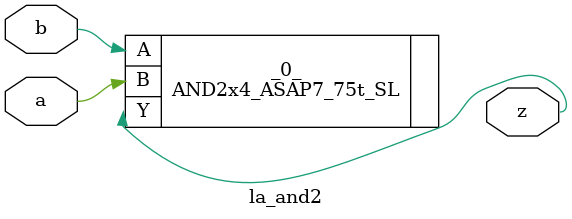
<source format=v>

/* Generated by Yosys 0.44 (git sha1 80ba43d26, g++ 11.4.0-1ubuntu1~22.04 -fPIC -O3) */

(* top =  1  *)
(* src = "inputs/la_and2.v:10.1-20.10" *)
module la_and2 (
    a,
    b,
    z
);
  (* src = "inputs/la_and2.v:13.12-13.13" *)
  input a;
  wire a;
  (* src = "inputs/la_and2.v:14.12-14.13" *)
  input b;
  wire b;
  (* src = "inputs/la_and2.v:15.12-15.13" *)
  output z;
  wire z;
  AND2x4_ASAP7_75t_SL _0_ (
      .A(b),
      .B(a),
      .Y(z)
  );
endmodule

</source>
